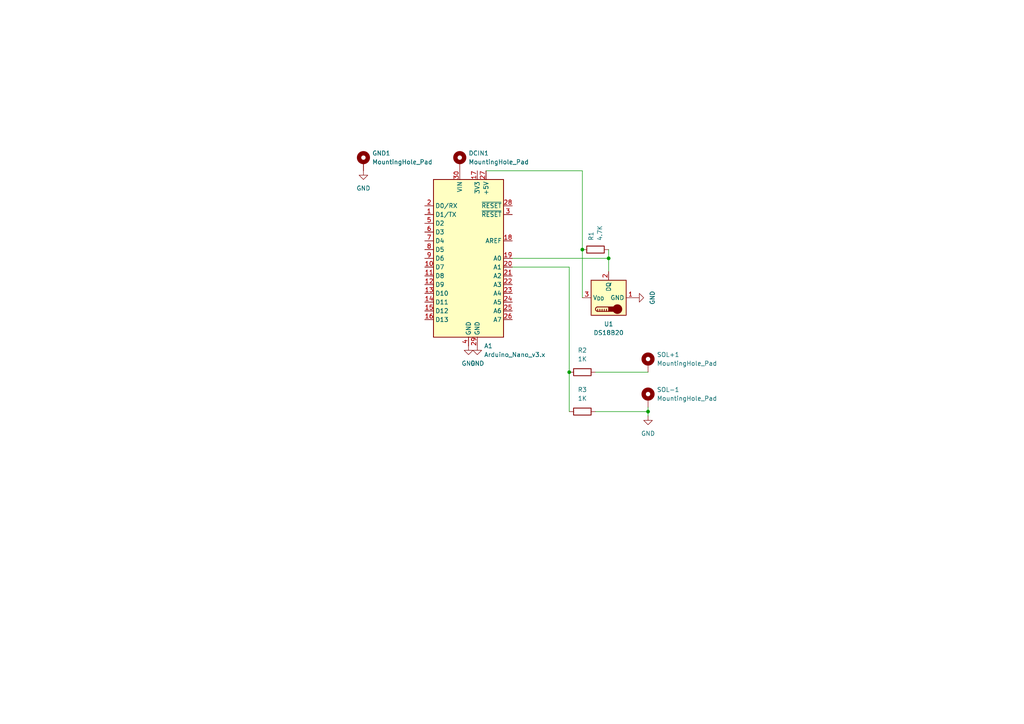
<source format=kicad_sch>
(kicad_sch (version 20230121) (generator eeschema)
  (paper "A4")
  (lib_symbols
    (symbol "Device:R" (pin_numbers hide) (pin_names (offset 0))
      (property "Reference" "R" (at 2.032 0 90))
      (property "Value" "R" (at 0 0 90))
      (symbol "R_0_1"
        (rectangle (start -1.016 -2.54) (end 1.016 2.54) (stroke (width 0.254)))
      )
      (symbol "R_1_1"
        (pin passive line (at 0 3.81 270) (length 1.27) (name "~") (number "1"))
        (pin passive line (at 0 -3.81 90) (length 1.27) (name "~") (number "2"))
      )
    )
    (symbol "MCU_Module:Arduino_Nano_v3.x"
      (property "Reference" "A" (at -10.16 23.495 0))
      (property "Value" "Arduino_Nano_v3.x" (at 5.08 -24.13 0))
      (symbol "Arduino_Nano_v3.x_0_1"
        (rectangle (start -10.16 22.86) (end 10.16 -22.86) (stroke (width 0.254)) (fill (type background)))
      )
      (symbol "Arduino_Nano_v3.x_1_1"
        (pin bidirectional line (at -12.7 12.7 0) (length 2.54) (name "D1/TX") (number "1"))
        (pin bidirectional line (at -12.7 -2.54 0) (length 2.54) (name "D7") (number "10"))
        (pin bidirectional line (at -12.7 -5.08 0) (length 2.54) (name "D8") (number "11"))
        (pin bidirectional line (at -12.7 -7.62 0) (length 2.54) (name "D9") (number "12"))
        (pin bidirectional line (at -12.7 -10.16 0) (length 2.54) (name "D10") (number "13"))
        (pin bidirectional line (at -12.7 -12.7 0) (length 2.54) (name "D11") (number "14"))
        (pin bidirectional line (at -12.7 -15.24 0) (length 2.54) (name "D12") (number "15"))
        (pin bidirectional line (at -12.7 -17.78 0) (length 2.54) (name "D13") (number "16"))
        (pin power_out line (at 2.54 25.4 270) (length 2.54) (name "3V3") (number "17"))
        (pin input line (at 12.7 5.08 180) (length 2.54) (name "AREF") (number "18"))
        (pin bidirectional line (at 12.7 0 180) (length 2.54) (name "A0") (number "19"))
        (pin bidirectional line (at -12.7 15.24 0) (length 2.54) (name "D0/RX") (number "2"))
        (pin bidirectional line (at 12.7 -2.54 180) (length 2.54) (name "A1") (number "20"))
        (pin bidirectional line (at 12.7 -5.08 180) (length 2.54) (name "A2") (number "21"))
        (pin bidirectional line (at 12.7 -7.62 180) (length 2.54) (name "A3") (number "22"))
        (pin bidirectional line (at 12.7 -10.16 180) (length 2.54) (name "A4") (number "23"))
        (pin bidirectional line (at 12.7 -12.7 180) (length 2.54) (name "A5") (number "24"))
        (pin bidirectional line (at 12.7 -15.24 180) (length 2.54) (name "A6") (number "25"))
        (pin bidirectional line (at 12.7 -17.78 180) (length 2.54) (name "A7") (number "26"))
        (pin power_out line (at 5.08 25.4 270) (length 2.54) (name "+5V") (number "27"))
        (pin input line (at 12.7 15.24 180) (length 2.54) (name "~{RESET}") (number "28"))
        (pin power_in line (at 2.54 -25.4 90) (length 2.54) (name "GND") (number "29"))
        (pin input line (at 12.7 12.7 180) (length 2.54) (name "~{RESET}") (number "3"))
        (pin power_in line (at -2.54 25.4 270) (length 2.54) (name "VIN") (number "30"))
        (pin power_in line (at 0 -25.4 90) (length 2.54) (name "GND") (number "4"))
        (pin bidirectional line (at -12.7 10.16 0) (length 2.54) (name "D2") (number "5"))
        (pin bidirectional line (at -12.7 7.62 0) (length 2.54) (name "D3") (number "6"))
        (pin bidirectional line (at -12.7 5.08 0) (length 2.54) (name "D4") (number "7"))
        (pin bidirectional line (at -12.7 2.54 0) (length 2.54) (name "D5") (number "8"))
        (pin bidirectional line (at -12.7 0 0) (length 2.54) (name "D6") (number "9"))
      )
    )
    (symbol "Mechanical:MountingHole_Pad" (pin_numbers hide) (pin_names (offset 1.016) hide)
      (property "Reference" "H" (at 0 6.35 0))
      (property "Value" "MountingHole_Pad" (at 0 4.445 0))
      (symbol "MountingHole_Pad_0_1"
        (circle (center 0 1.27) (radius 1.27) (stroke (width 1.27)))
      )
      (symbol "MountingHole_Pad_1_1"
        (pin input line (at 0 -2.54 90) (length 2.54) (name "1") (number "1"))
      )
    )
    (symbol "Sensor_Temperature:DS18B20"
      (property "Reference" "U" (at -3.81 6.35 0))
      (property "Value" "DS18B20" (at 6.35 6.35 0))
      (symbol "DS18B20_0_1"
        (rectangle (start -5.08 5.08) (end 5.08 -5.08) (stroke (width 0.254)) (fill (type background)))
        (circle (center -3.302 -2.54) (radius 1.27) (stroke (width 0.254)) (fill (type outline)))
        (rectangle (start -2.667 -1.905) (end -3.937 0) (stroke (width 0.254)) (fill (type outline)))
        (arc (start -2.667 3.175) (mid -3.302 3.8073) (end -3.937 3.175) (stroke (width 0.254)))
        (polyline (pts (xy -3.937 0.635) (xy -3.302 0.635)) (stroke (width 0.254)))
        (polyline (pts (xy -3.937 1.27) (xy -3.302 1.27)) (stroke (width 0.254)))
        (polyline (pts (xy -3.937 1.905) (xy -3.302 1.905)) (stroke (width 0.254)))
        (polyline (pts (xy -3.937 2.54) (xy -3.302 2.54)) (stroke (width 0.254)))
        (polyline (pts (xy -3.937 3.175) (xy -3.937 0)) (stroke (width 0.254)))
        (polyline (pts (xy -3.937 3.175) (xy -3.302 3.175)) (stroke (width 0.254)))
        (polyline (pts (xy -2.667 3.175) (xy -2.667 0)) (stroke (width 0.254)))
      )
      (symbol "DS18B20_1_1"
        (pin power_in line (at 0 -7.62 90) (length 2.54) (name "GND") (number "1"))
        (pin bidirectional line (at 7.62 0 180) (length 2.54) (name "DQ") (number "2"))
        (pin power_in line (at 0 7.62 270) (length 2.54) (name "V_{DD}") (number "3"))
      )
    )
    (symbol "power:GND" (power) (pin_names (offset 0))
      (property "Value" "GND" (at 0 -3.81 0))
      (symbol "GND_0_1"
        (polyline (pts (xy 0 0) (xy 0 -1.27) (xy 1.27 -1.27) (xy 0 -2.54) (xy -1.27 -1.27) (xy 0 -1.27)))
      )
      (symbol "GND_1_1"
        (pin power_in line (at 0 0 270) (length 0) hide (name "GND") (number "1"))
      )
    )
  )
  (junction (at 176.53 74.93))
  (junction (at 168.91 72.39))
  (junction (at 187.96 119.38))
  (junction (at 165.1 107.95))
  (wire (pts (xy 168.91 86.36) (xy 168.91 72.39)))
  (wire (pts (xy 140.97 49.53) (xy 168.91 49.53)))
  (wire (pts (xy 168.91 49.53) (xy 168.91 72.39)))
  (wire (pts (xy 187.96 120.65) (xy 187.96 119.38)))
  (wire (pts (xy 148.59 77.47) (xy 165.1 77.47)))
  (wire (pts (xy 172.72 119.38) (xy 187.96 119.38)))
  (wire (pts (xy 165.1 77.47) (xy 165.1 107.95)))
  (wire (pts (xy 148.59 74.93) (xy 176.53 74.93)))
  (wire (pts (xy 187.96 119.38) (xy 187.96 118.11)))
  (wire (pts (xy 165.1 107.95) (xy 165.1 119.38)))
  (wire (pts (xy 187.96 107.95) (xy 172.72 107.95)))
  (wire (pts (xy 176.53 74.93) (xy 176.53 72.39)))
  (wire (pts (xy 176.53 78.74) (xy 176.53 74.93)))
  (symbol (lib_id "MCU_Module:Arduino_Nano_v3.x") (at 135.89 74.93 0) (unit 1)
    (property "Reference" "A1" (at 140.3859 100.33 0) (effects (justify left)))
    (property "Value" "Arduino_Nano_v3.x" (at 140.3859 102.87 0) (effects (justify left)))
    (property "Footprint" "Module:Arduino_Nano" (effects hide))
    (property "Datasheet" "http://www.mouser.com/pdfdocs/Gravitech_Arduino_Nano3_0.pdf" (effects hide))
  )
  (symbol (lib_id "Mechanical:MountingHole_Pad") (at 105.41 46.99 0) (unit 1)
    (property "Reference" "GND1" (at 107.95 44.45 0) (effects (justify left)))
    (property "Value" "MountingHole_Pad" (at 107.95 46.99 0) (effects (justify left)))
    (property "Footprint" "Connector_Pin:Pin_D1.0mm_L10.0mm" (effects hide))
  )
  (symbol (lib_id "power:GND") (at 138.43 100.33 0) (unit 1)
    (property "Reference" "#PWR03" (effects hide))
    (property "Value" "GND" (at 138.43 105.41 0))
  )
  (symbol (lib_id "Device:R") (at 168.91 119.38 90) (unit 1)
    (property "Reference" "R3" (at 168.91 113.03 90))
    (property "Value" "1K" (at 168.91 115.57 90))
    (property "Footprint" "Resistor_THT:R_Axial_DIN0207_L6.3mm_D2.5mm_P7.62mm_Horizontal" (effects hide))
  )
  (symbol (lib_id "Mechanical:MountingHole_Pad") (at 187.96 105.41 0) (unit 1)
    (property "Reference" "SOL+1" (at 190.5 102.87 0) (effects (justify left)))
    (property "Value" "MountingHole_Pad" (at 190.5 105.41 0) (effects (justify left)))
    (property "Footprint" "Connector_Pin:Pin_D1.0mm_L10.0mm" (effects hide))
  )
  (symbol (lib_id "power:GND") (at 135.89 100.33 0) (unit 1)
    (property "Reference" "#PWR02" (effects hide))
    (property "Value" "GND" (at 135.89 105.41 0))
  )
  (symbol (lib_id "power:GND") (at 187.96 120.65 0) (unit 1)
    (property "Reference" "#PWR05" (effects hide))
    (property "Value" "GND" (at 187.96 125.73 0))
  )
  (symbol (lib_id "Mechanical:MountingHole_Pad") (at 133.35 46.99 0) (unit 1)
    (property "Reference" "DCIN1" (at 135.89 44.45 0) (effects (justify left)))
    (property "Value" "MountingHole_Pad" (at 135.89 46.99 0) (effects (justify left)))
    (property "Footprint" "Connector_Pin:Pin_D1.0mm_L10.0mm" (effects hide))
  )
  (symbol (lib_id "power:GND") (at 184.15 86.36 90) (unit 1)
    (property "Reference" "#PWR01" (effects hide))
    (property "Value" "GND" (at 189.23 86.36 0))
  )
  (symbol (lib_id "Sensor_Temperature:DS18B20") (at 176.53 86.36 90) (unit 1)
    (property "Reference" "U1" (at 176.53 93.98 90))
    (property "Value" "DS18B20" (at 176.53 96.52 90))
    (property "Footprint" "Package_TO_SOT_THT:TO-92_Inline" (effects hide))
    (property "Datasheet" "http://datasheets.maximintegrated.com/en/ds/DS18B20.pdf" (effects hide))
  )
  (symbol (lib_id "Device:R") (at 168.91 107.95 90) (unit 1)
    (property "Reference" "R2" (at 168.91 101.6 90))
    (property "Value" "1K" (at 168.91 104.14 90))
    (property "Footprint" "Resistor_THT:R_Axial_DIN0207_L6.3mm_D2.5mm_P7.62mm_Horizontal" (effects hide))
  )
  (symbol (lib_id "power:GND") (at 105.41 49.53 0) (unit 1)
    (property "Reference" "#PWR04" (effects hide))
    (property "Value" "GND" (at 105.41 54.61 0))
  )
  (symbol (lib_id "Mechanical:MountingHole_Pad") (at 187.96 115.57 0) (unit 1)
    (property "Reference" "SOL-1" (at 190.5 113.03 0) (effects (justify left)))
    (property "Value" "MountingHole_Pad" (at 190.5 115.57 0) (effects (justify left)))
    (property "Footprint" "Connector_Pin:Pin_D1.0mm_L10.0mm" (effects hide))
  )
  (symbol (lib_id "Device:R") (at 172.72 72.39 90) (unit 1)
    (property "Reference" "R1" (at 171.45 69.85 0) (effects (justify left)))
    (property "Value" "4.7K" (at 173.99 69.85 0) (effects (justify left)))
    (property "Footprint" "Resistor_THT:R_Axial_DIN0207_L6.3mm_D2.5mm_P7.62mm_Horizontal" (effects hide))
  )
)
</source>
